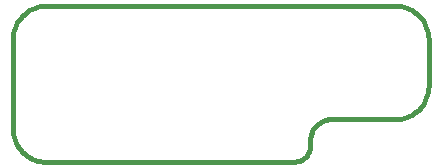
<source format=gbr>
G04 (created by PCBNEW-RS274X (2012-apr-16-27)-stable) date Mon 12 May 2014 23:50:08 BST*
G01*
G70*
G90*
%MOIN*%
G04 Gerber Fmt 3.4, Leading zero omitted, Abs format*
%FSLAX34Y34*%
G04 APERTURE LIST*
%ADD10C,0.006000*%
%ADD11C,0.015000*%
G04 APERTURE END LIST*
G54D10*
G54D11*
X62205Y-43779D02*
X62205Y-43700D01*
X62993Y-42913D02*
X63229Y-42913D01*
X61654Y-44330D02*
X61702Y-44327D01*
X61749Y-44321D01*
X61796Y-44311D01*
X61842Y-44296D01*
X61886Y-44278D01*
X61929Y-44256D01*
X61970Y-44230D01*
X62008Y-44201D01*
X62043Y-44168D01*
X62076Y-44133D01*
X62105Y-44095D01*
X62131Y-44054D01*
X62153Y-44011D01*
X62171Y-43967D01*
X62186Y-43921D01*
X62196Y-43874D01*
X62202Y-43827D01*
X62205Y-43779D01*
X62204Y-43700D02*
X62204Y-43543D01*
X63229Y-42913D02*
X65040Y-42913D01*
X62992Y-42914D02*
X62930Y-42910D01*
X62869Y-42911D01*
X62807Y-42918D01*
X62746Y-42929D01*
X62686Y-42947D01*
X62628Y-42969D01*
X62572Y-42996D01*
X62519Y-43029D01*
X62469Y-43065D01*
X62422Y-43106D01*
X62379Y-43151D01*
X62340Y-43199D01*
X62305Y-43251D01*
X62275Y-43305D01*
X62250Y-43362D01*
X62230Y-43421D01*
X62215Y-43482D01*
X62205Y-43543D01*
X66142Y-41811D02*
X66142Y-40236D01*
X65040Y-42913D02*
X65136Y-42908D01*
X65231Y-42896D01*
X65325Y-42875D01*
X65416Y-42846D01*
X65505Y-42809D01*
X65591Y-42765D01*
X65672Y-42713D01*
X65748Y-42655D01*
X65819Y-42590D01*
X65884Y-42519D01*
X65942Y-42443D01*
X65994Y-42361D01*
X66038Y-42276D01*
X66075Y-42187D01*
X66104Y-42096D01*
X66125Y-42002D01*
X66137Y-41907D01*
X66142Y-41811D01*
X53386Y-44330D02*
X61654Y-44330D01*
X52284Y-43228D02*
X52289Y-43324D01*
X52301Y-43419D01*
X52322Y-43513D01*
X52351Y-43604D01*
X52388Y-43693D01*
X52432Y-43778D01*
X52484Y-43860D01*
X52542Y-43936D01*
X52607Y-44007D01*
X52678Y-44072D01*
X52754Y-44130D01*
X52836Y-44182D01*
X52921Y-44226D01*
X53010Y-44263D01*
X53101Y-44292D01*
X53195Y-44313D01*
X53290Y-44325D01*
X53386Y-44330D01*
X52284Y-40236D02*
X52284Y-43228D01*
X66142Y-40236D02*
X66137Y-40140D01*
X66125Y-40045D01*
X66104Y-39951D01*
X66075Y-39860D01*
X66038Y-39771D01*
X65994Y-39686D01*
X65942Y-39604D01*
X65884Y-39528D01*
X65819Y-39457D01*
X65748Y-39392D01*
X65672Y-39334D01*
X65591Y-39282D01*
X65505Y-39238D01*
X65416Y-39201D01*
X65325Y-39172D01*
X65231Y-39151D01*
X65136Y-39139D01*
X65040Y-39134D01*
X53386Y-39134D02*
X65040Y-39134D01*
X53386Y-39134D02*
X53290Y-39139D01*
X53195Y-39151D01*
X53101Y-39172D01*
X53010Y-39201D01*
X52921Y-39238D01*
X52836Y-39282D01*
X52754Y-39334D01*
X52678Y-39392D01*
X52607Y-39457D01*
X52542Y-39528D01*
X52484Y-39604D01*
X52432Y-39686D01*
X52388Y-39771D01*
X52351Y-39860D01*
X52322Y-39951D01*
X52301Y-40045D01*
X52289Y-40140D01*
X52284Y-40236D01*
M02*

</source>
